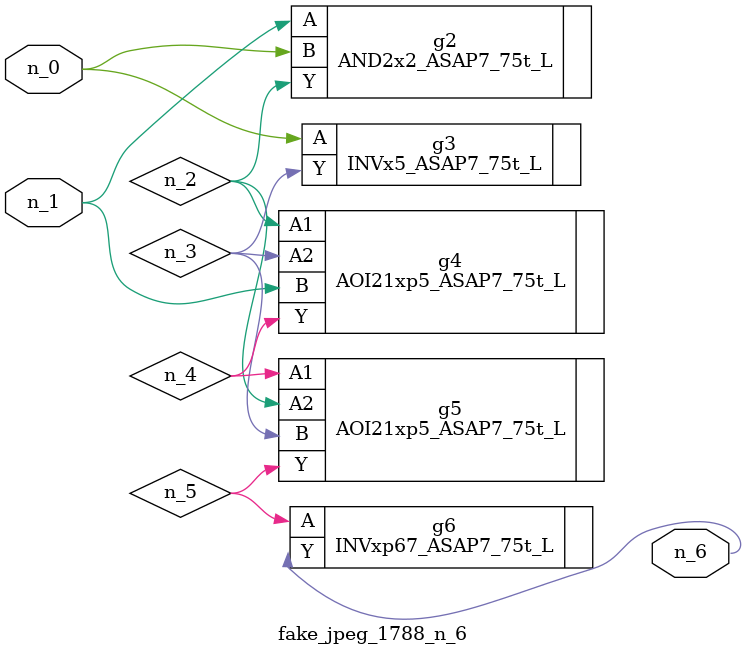
<source format=v>
module fake_jpeg_1788_n_6 (n_0, n_1, n_6);

input n_0;
input n_1;

output n_6;

wire n_3;
wire n_2;
wire n_4;
wire n_5;

AND2x2_ASAP7_75t_L g2 ( 
.A(n_1),
.B(n_0),
.Y(n_2)
);

INVx5_ASAP7_75t_L g3 ( 
.A(n_0),
.Y(n_3)
);

AOI21xp5_ASAP7_75t_L g4 ( 
.A1(n_2),
.A2(n_3),
.B(n_1),
.Y(n_4)
);

AOI21xp5_ASAP7_75t_L g5 ( 
.A1(n_4),
.A2(n_2),
.B(n_3),
.Y(n_5)
);

INVxp67_ASAP7_75t_L g6 ( 
.A(n_5),
.Y(n_6)
);


endmodule
</source>
